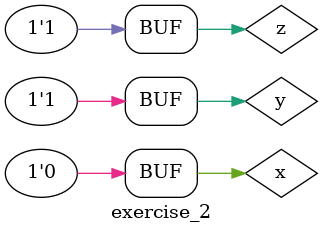
<source format=v>
module exercise_2();
reg x=1'b0;
reg y=1'b1;
reg z;
always @(z)begin
$display("x=%b,y=%b,z=%b",x,y,z);
end

initial begin
#2;
z=x^y;
#10;
y=0;
z=x|y;
#10;
z=~z;
#10;
end 
endmodule
</source>
